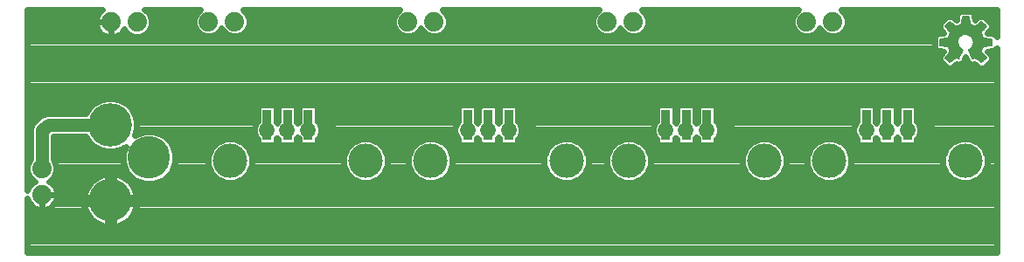
<source format=gbl>
G75*
G70*
%OFA0B0*%
%FSLAX24Y24*%
%IPPOS*%
%LPD*%
%AMOC8*
5,1,8,0,0,1.08239X$1,22.5*
%
%ADD10R,0.0350X0.1180*%
%ADD11C,0.1310*%
%ADD12C,0.1660*%
%ADD13C,0.1620*%
%ADD14C,0.0059*%
%ADD15C,0.0740*%
%ADD16C,0.0240*%
%ADD17C,0.0560*%
%ADD18C,0.0591*%
%ADD19C,0.0500*%
%ADD20C,0.0400*%
D10*
X010125Y005960D03*
X010905Y005960D03*
X011695Y005960D03*
X017775Y005960D03*
X018555Y005960D03*
X019345Y005960D03*
X025325Y005960D03*
X026105Y005960D03*
X026895Y005960D03*
X032975Y005960D03*
X033755Y005960D03*
X034545Y005960D03*
D11*
X036735Y004600D03*
X031565Y004600D03*
X029085Y004600D03*
X023915Y004600D03*
X021535Y004600D03*
X016365Y004600D03*
X013885Y004600D03*
X008715Y004600D03*
D12*
X004150Y005964D03*
D13*
X005631Y004713D03*
X004160Y003081D03*
D14*
X035783Y009001D02*
X035783Y009241D01*
X036100Y009273D01*
X036134Y009380D01*
X036186Y009480D01*
X035984Y009727D01*
X036153Y009897D01*
X036401Y009695D01*
X036501Y009746D01*
X036607Y009781D01*
X036639Y010098D01*
X036879Y010098D01*
X036912Y009781D01*
X037018Y009746D01*
X037118Y009695D01*
X037365Y009897D01*
X037535Y009727D01*
X037333Y009480D01*
X037385Y009380D01*
X037419Y009273D01*
X037736Y009241D01*
X037736Y009001D01*
X037419Y008969D01*
X037385Y008862D01*
X037333Y008763D01*
X037535Y008515D01*
X037365Y008346D01*
X037118Y008547D01*
X037018Y008496D01*
X036877Y008837D01*
X036930Y008866D01*
X036977Y008904D01*
X037015Y008950D01*
X037044Y009004D01*
X037061Y009061D01*
X037067Y009121D01*
X037061Y009184D01*
X037041Y009244D01*
X037010Y009299D01*
X036969Y009347D01*
X036918Y009385D01*
X036861Y009412D01*
X036800Y009426D01*
X036736Y009428D01*
X036674Y009417D01*
X036616Y009393D01*
X036563Y009358D01*
X036519Y009313D01*
X036485Y009260D01*
X036462Y009201D01*
X036452Y009139D01*
X036455Y009075D01*
X036471Y009014D01*
X036499Y008958D01*
X036538Y008908D01*
X036586Y008867D01*
X036642Y008837D01*
X036500Y008496D01*
X036401Y008547D01*
X036153Y008346D01*
X035984Y008515D01*
X036186Y008763D01*
X036134Y008862D01*
X036100Y008969D01*
X035783Y009001D01*
X035783Y009030D02*
X036467Y009030D01*
X036455Y009088D02*
X035783Y009088D01*
X035783Y009146D02*
X036453Y009146D01*
X036463Y009203D02*
X035783Y009203D01*
X035974Y009261D02*
X036485Y009261D01*
X036524Y009318D02*
X036114Y009318D01*
X036133Y009376D02*
X036590Y009376D01*
X036930Y009376D02*
X037386Y009376D01*
X037404Y009318D02*
X036994Y009318D01*
X037032Y009261D02*
X037545Y009261D01*
X037736Y009203D02*
X037055Y009203D01*
X037065Y009146D02*
X037736Y009146D01*
X037736Y009088D02*
X037064Y009088D01*
X037052Y009030D02*
X037736Y009030D01*
X037456Y008973D02*
X037027Y008973D01*
X036986Y008915D02*
X037402Y008915D01*
X037382Y008858D02*
X036916Y008858D01*
X036892Y008800D02*
X037353Y008800D01*
X037350Y008743D02*
X036916Y008743D01*
X036940Y008685D02*
X037397Y008685D01*
X037444Y008628D02*
X036964Y008628D01*
X036988Y008570D02*
X037490Y008570D01*
X037532Y008512D02*
X037161Y008512D01*
X037232Y008455D02*
X037475Y008455D01*
X037417Y008397D02*
X037302Y008397D01*
X037050Y008512D02*
X037012Y008512D01*
X036531Y008570D02*
X036028Y008570D01*
X035987Y008512D02*
X036358Y008512D01*
X036287Y008455D02*
X036044Y008455D01*
X036102Y008397D02*
X036217Y008397D01*
X036469Y008512D02*
X036507Y008512D01*
X036555Y008628D02*
X036075Y008628D01*
X036122Y008685D02*
X036579Y008685D01*
X036603Y008743D02*
X036169Y008743D01*
X036166Y008800D02*
X036626Y008800D01*
X036604Y008858D02*
X036137Y008858D01*
X036117Y008915D02*
X036532Y008915D01*
X036491Y008973D02*
X036063Y008973D01*
X036162Y009433D02*
X037357Y009433D01*
X037342Y009491D02*
X036177Y009491D01*
X036130Y009548D02*
X037389Y009548D01*
X037436Y009606D02*
X036083Y009606D01*
X036036Y009664D02*
X037483Y009664D01*
X037530Y009721D02*
X037150Y009721D01*
X037068Y009721D02*
X036451Y009721D01*
X036369Y009721D02*
X035989Y009721D01*
X036035Y009779D02*
X036298Y009779D01*
X036228Y009836D02*
X036093Y009836D01*
X036150Y009894D02*
X036157Y009894D01*
X036601Y009779D02*
X036918Y009779D01*
X036906Y009836D02*
X036613Y009836D01*
X036619Y009894D02*
X036900Y009894D01*
X036894Y009951D02*
X036625Y009951D01*
X036630Y010009D02*
X036888Y010009D01*
X036883Y010066D02*
X036636Y010066D01*
X037291Y009836D02*
X037426Y009836D01*
X037484Y009779D02*
X037220Y009779D01*
X037362Y009894D02*
X037369Y009894D01*
D15*
X031700Y009900D03*
X030700Y009900D03*
X024100Y009900D03*
X023100Y009900D03*
X016500Y009900D03*
X015500Y009900D03*
X008900Y009900D03*
X007900Y009900D03*
X005170Y009880D03*
X004170Y009880D03*
X001550Y004300D03*
X001550Y003300D03*
D16*
X001000Y003148D02*
X001000Y001087D01*
X037938Y001087D01*
X037938Y008906D01*
X037892Y008861D01*
X037844Y008802D01*
X037832Y008800D01*
X037823Y008792D01*
X037747Y008792D01*
X037593Y008776D01*
X037691Y008656D01*
X037745Y008602D01*
X037745Y008590D01*
X037752Y008580D01*
X037745Y008505D01*
X037745Y008428D01*
X037736Y008420D01*
X037735Y008408D01*
X037676Y008360D01*
X037521Y008205D01*
X037473Y008146D01*
X037461Y008145D01*
X037452Y008136D01*
X037376Y008136D01*
X037300Y008128D01*
X037291Y008136D01*
X037279Y008136D01*
X037225Y008190D01*
X037092Y008298D01*
X037037Y008270D01*
X037028Y008273D01*
X037018Y008269D01*
X036946Y008299D01*
X036872Y008323D01*
X036867Y008332D01*
X036858Y008336D01*
X036828Y008408D01*
X036792Y008477D01*
X036795Y008487D01*
X036759Y008574D01*
X036723Y008487D01*
X036726Y008477D01*
X036691Y008408D01*
X036661Y008336D01*
X036652Y008332D01*
X036647Y008323D01*
X036573Y008299D01*
X036500Y008269D01*
X036491Y008273D01*
X036482Y008270D01*
X036427Y008298D01*
X036294Y008190D01*
X036240Y008136D01*
X036228Y008136D01*
X036219Y008128D01*
X036143Y008136D01*
X036067Y008136D01*
X036058Y008145D01*
X036046Y008146D01*
X035998Y008205D01*
X035843Y008360D01*
X035784Y008408D01*
X035783Y008420D01*
X035774Y008428D01*
X035774Y008505D01*
X035767Y008580D01*
X035774Y008590D01*
X035774Y008602D01*
X035828Y008656D01*
X035926Y008776D01*
X035772Y008792D01*
X035696Y008792D01*
X035687Y008800D01*
X035675Y008802D01*
X035627Y008861D01*
X035573Y008915D01*
X035573Y008927D01*
X035565Y008936D01*
X035573Y009012D01*
X035573Y009231D01*
X035565Y009306D01*
X035573Y009316D01*
X035573Y009328D01*
X035627Y009382D01*
X035675Y009441D01*
X035687Y009442D01*
X035696Y009451D01*
X035772Y009451D01*
X035926Y009466D01*
X035828Y009587D01*
X035774Y009640D01*
X035774Y009653D01*
X035767Y009662D01*
X035774Y009738D01*
X035774Y009814D01*
X035783Y009823D01*
X035784Y009835D01*
X035843Y009883D01*
X035998Y010037D01*
X036046Y010097D01*
X036058Y010098D01*
X036067Y010106D01*
X036143Y010106D01*
X036219Y010114D01*
X036228Y010106D01*
X036240Y010106D01*
X036294Y010053D01*
X036414Y009955D01*
X036430Y010109D01*
X036430Y010185D01*
X036439Y010194D01*
X036440Y010206D01*
X036499Y010254D01*
X036553Y010308D01*
X036565Y010308D01*
X036574Y010315D01*
X036650Y010308D01*
X036869Y010308D01*
X036945Y010315D01*
X036954Y010308D01*
X036966Y010308D01*
X037020Y010254D01*
X037079Y010206D01*
X037080Y010194D01*
X037089Y010185D01*
X037089Y010109D01*
X037105Y009955D01*
X037225Y010053D01*
X037279Y010106D01*
X037291Y010106D01*
X037300Y010114D01*
X037376Y010106D01*
X037452Y010106D01*
X037461Y010098D01*
X037473Y010097D01*
X037521Y010037D01*
X037676Y009883D01*
X037735Y009835D01*
X037736Y009823D01*
X037745Y009814D01*
X037745Y009738D01*
X037752Y009662D01*
X037745Y009653D01*
X037745Y009640D01*
X037691Y009587D01*
X037593Y009466D01*
X037747Y009451D01*
X037823Y009451D01*
X037832Y009442D01*
X037844Y009441D01*
X037892Y009382D01*
X037938Y009336D01*
X037938Y010363D01*
X032015Y010363D01*
X032166Y010212D01*
X032250Y010009D01*
X032250Y009791D01*
X032166Y009588D01*
X032012Y009434D01*
X031809Y009350D01*
X031591Y009350D01*
X031388Y009434D01*
X031234Y009588D01*
X031200Y009670D01*
X031166Y009588D01*
X031012Y009434D01*
X030809Y009350D01*
X030591Y009350D01*
X030388Y009434D01*
X030234Y009588D01*
X030150Y009791D01*
X030150Y010009D01*
X030234Y010212D01*
X030385Y010363D01*
X024415Y010363D01*
X024566Y010212D01*
X024650Y010009D01*
X024650Y009791D01*
X024566Y009588D01*
X024412Y009434D01*
X024209Y009350D01*
X023991Y009350D01*
X023788Y009434D01*
X023634Y009588D01*
X023600Y009670D01*
X023566Y009588D01*
X023412Y009434D01*
X023209Y009350D01*
X022991Y009350D01*
X022788Y009434D01*
X022634Y009588D01*
X022550Y009791D01*
X022550Y010009D01*
X022634Y010212D01*
X022785Y010363D01*
X016815Y010363D01*
X016966Y010212D01*
X017050Y010009D01*
X017050Y009791D01*
X016966Y009588D01*
X016812Y009434D01*
X016609Y009350D01*
X016391Y009350D01*
X016188Y009434D01*
X016034Y009588D01*
X016000Y009670D01*
X015966Y009588D01*
X015812Y009434D01*
X015609Y009350D01*
X015391Y009350D01*
X015188Y009434D01*
X015034Y009588D01*
X014950Y009791D01*
X014950Y010009D01*
X015034Y010212D01*
X015185Y010363D01*
X009215Y010363D01*
X009366Y010212D01*
X009450Y010009D01*
X009450Y009791D01*
X009366Y009588D01*
X009212Y009434D01*
X009009Y009350D01*
X008791Y009350D01*
X008588Y009434D01*
X008434Y009588D01*
X008400Y009670D01*
X008366Y009588D01*
X008212Y009434D01*
X008009Y009350D01*
X007791Y009350D01*
X007588Y009434D01*
X007434Y009588D01*
X007350Y009791D01*
X007350Y010009D01*
X007434Y010212D01*
X007585Y010363D01*
X005442Y010363D01*
X005482Y010346D01*
X005636Y010192D01*
X005720Y009989D01*
X005720Y009771D01*
X005636Y009568D01*
X005482Y009414D01*
X005279Y009330D01*
X005061Y009330D01*
X004858Y009414D01*
X004704Y009568D01*
X004680Y009626D01*
X004658Y009581D01*
X004605Y009509D01*
X004541Y009445D01*
X004469Y009392D01*
X004389Y009352D01*
X004303Y009324D01*
X004215Y009310D01*
X004170Y009310D01*
X004170Y009880D01*
X004170Y009880D01*
X003600Y009880D01*
X003600Y009925D01*
X003614Y010013D01*
X003642Y010099D01*
X003682Y010179D01*
X003735Y010251D01*
X003799Y010315D01*
X003864Y010363D01*
X001000Y010363D01*
X001000Y003452D01*
X001022Y003519D01*
X001062Y003599D01*
X001115Y003671D01*
X001179Y003735D01*
X001251Y003788D01*
X001296Y003810D01*
X001238Y003834D01*
X001084Y003988D01*
X001000Y004191D01*
X001000Y004409D01*
X001084Y004612D01*
X001120Y004648D01*
X001120Y005836D01*
X001185Y005994D01*
X001306Y006115D01*
X001306Y006115D01*
X001491Y006299D01*
X001562Y006328D01*
X001562Y006328D01*
X001720Y006394D01*
X003232Y006394D01*
X003342Y006584D01*
X003530Y006772D01*
X003760Y006905D01*
X004017Y006974D01*
X004283Y006974D01*
X004540Y006905D01*
X004770Y006772D01*
X004958Y006584D01*
X005091Y006354D01*
X005160Y006097D01*
X005160Y005831D01*
X005091Y005574D01*
X005081Y005556D01*
X005434Y005703D01*
X005828Y005703D01*
X006192Y005552D01*
X006470Y005273D01*
X006621Y004910D01*
X006621Y004516D01*
X006470Y004152D01*
X006192Y003873D01*
X005828Y003723D01*
X005434Y003723D01*
X005070Y003873D01*
X004792Y004152D01*
X004641Y004516D01*
X004641Y004910D01*
X004734Y005135D01*
X004540Y005023D01*
X004283Y004954D01*
X004017Y004954D01*
X003760Y005023D01*
X003530Y005156D01*
X003342Y005344D01*
X003232Y005534D01*
X001980Y005534D01*
X001980Y004648D01*
X002016Y004612D01*
X002100Y004409D01*
X002100Y004191D01*
X002016Y003988D01*
X001862Y003834D01*
X001804Y003810D01*
X001849Y003788D01*
X001921Y003735D01*
X001985Y003671D01*
X002038Y003599D01*
X002078Y003519D01*
X002106Y003433D01*
X002120Y003345D01*
X002120Y003300D01*
X001550Y003300D01*
X001550Y003300D01*
X002120Y003300D01*
X002120Y003255D01*
X002106Y003167D01*
X002078Y003081D01*
X002038Y003001D01*
X001985Y002929D01*
X001921Y002865D01*
X001849Y002812D01*
X001769Y002772D01*
X001683Y002744D01*
X001595Y002730D01*
X001550Y002730D01*
X001550Y003300D01*
X001550Y003300D01*
X001550Y002730D01*
X001505Y002730D01*
X001417Y002744D01*
X001331Y002772D01*
X001251Y002812D01*
X001179Y002865D01*
X001115Y002929D01*
X001062Y003001D01*
X001022Y003081D01*
X001000Y003148D01*
X001000Y002947D02*
X001102Y002947D01*
X001000Y002708D02*
X003221Y002708D01*
X003225Y002694D02*
X003188Y002801D01*
X003163Y002912D01*
X003157Y002961D01*
X004040Y002961D01*
X004280Y002961D01*
X004280Y002079D01*
X004329Y002084D01*
X004440Y002109D01*
X004547Y002147D01*
X004649Y002196D01*
X004745Y002256D01*
X004834Y002327D01*
X004914Y002407D01*
X004985Y002496D01*
X005045Y002592D01*
X005095Y002694D01*
X005132Y002801D01*
X005157Y002912D01*
X005163Y002961D01*
X004280Y002961D01*
X004280Y003201D01*
X005163Y003201D01*
X005157Y003251D01*
X005132Y003362D01*
X005095Y003469D01*
X005045Y003571D01*
X004985Y003667D01*
X004914Y003756D01*
X004834Y003836D01*
X004745Y003907D01*
X004649Y003967D01*
X004547Y004016D01*
X004440Y004054D01*
X004329Y004079D01*
X004280Y004084D01*
X004280Y003202D01*
X004040Y003202D01*
X004040Y004084D01*
X003991Y004079D01*
X003880Y004054D01*
X003773Y004016D01*
X003671Y003967D01*
X003575Y003907D01*
X003486Y003836D01*
X003406Y003756D01*
X003335Y003667D01*
X003275Y003571D01*
X003225Y003469D01*
X003188Y003362D01*
X003163Y003251D01*
X003157Y003201D01*
X004040Y003201D01*
X004040Y002961D01*
X004040Y002079D01*
X003991Y002084D01*
X003880Y002109D01*
X003773Y002147D01*
X003671Y002196D01*
X003575Y002256D01*
X003486Y002327D01*
X003406Y002407D01*
X003335Y002496D01*
X003275Y002592D01*
X003225Y002694D01*
X003356Y002470D02*
X001000Y002470D01*
X001000Y002231D02*
X003615Y002231D01*
X004040Y002231D02*
X004280Y002231D01*
X004705Y002231D02*
X037938Y002231D01*
X037938Y001993D02*
X001000Y001993D01*
X001000Y001754D02*
X037938Y001754D01*
X037938Y001516D02*
X001000Y001516D01*
X001000Y001277D02*
X037938Y001277D01*
X037938Y002470D02*
X004964Y002470D01*
X004280Y002470D02*
X004040Y002470D01*
X004040Y002708D02*
X004280Y002708D01*
X004280Y002947D02*
X004040Y002947D01*
X004040Y003185D02*
X002109Y003185D01*
X001550Y003185D02*
X001550Y003185D01*
X001550Y002947D02*
X001550Y002947D01*
X001998Y002947D02*
X003159Y002947D01*
X004280Y003185D02*
X037938Y003185D01*
X037938Y002947D02*
X005161Y002947D01*
X005099Y002708D02*
X037938Y002708D01*
X037938Y003424D02*
X005110Y003424D01*
X004988Y003662D02*
X037938Y003662D01*
X037208Y003892D02*
X036901Y003765D01*
X036569Y003765D01*
X036262Y003892D01*
X036027Y004127D01*
X035900Y004434D01*
X035900Y004766D01*
X036027Y005073D01*
X036262Y005308D01*
X036569Y005435D01*
X036901Y005435D01*
X037208Y005308D01*
X037443Y005073D01*
X037570Y004766D01*
X037570Y004434D01*
X037443Y004127D01*
X037208Y003892D01*
X037216Y003901D02*
X037938Y003901D01*
X037938Y004139D02*
X037448Y004139D01*
X037547Y004378D02*
X037938Y004378D01*
X037938Y004616D02*
X037570Y004616D01*
X037533Y004855D02*
X037938Y004855D01*
X037938Y005093D02*
X037423Y005093D01*
X037151Y005332D02*
X037938Y005332D01*
X037938Y005570D02*
X034986Y005570D01*
X034953Y005491D02*
X035025Y005665D01*
X035025Y005855D01*
X034953Y006029D01*
X034900Y006082D01*
X034900Y006625D01*
X034795Y006730D01*
X034295Y006730D01*
X034190Y006625D01*
X034190Y006072D01*
X034150Y006032D01*
X034110Y006072D01*
X034110Y006625D01*
X034005Y006730D01*
X033505Y006730D01*
X033400Y006625D01*
X033400Y006082D01*
X033360Y006042D01*
X033330Y006072D01*
X033330Y006625D01*
X033225Y006730D01*
X032725Y006730D01*
X032620Y006625D01*
X032620Y006082D01*
X032567Y006029D01*
X032495Y005855D01*
X032495Y005665D01*
X032567Y005491D01*
X032620Y005438D01*
X032620Y005295D01*
X032725Y005190D01*
X033225Y005190D01*
X033330Y005295D01*
X033330Y005448D01*
X033360Y005478D01*
X033400Y005438D01*
X033400Y005295D01*
X033505Y005190D01*
X034005Y005190D01*
X034110Y005295D01*
X034110Y005448D01*
X034150Y005488D01*
X034190Y005448D01*
X034190Y005295D01*
X034295Y005190D01*
X034795Y005190D01*
X034900Y005295D01*
X034900Y005438D01*
X034953Y005491D01*
X034900Y005332D02*
X036319Y005332D01*
X036047Y005093D02*
X032253Y005093D01*
X032273Y005073D02*
X032038Y005308D01*
X031731Y005435D01*
X031399Y005435D01*
X031092Y005308D01*
X030857Y005073D01*
X030730Y004766D01*
X030730Y004434D01*
X030857Y004127D01*
X031092Y003892D01*
X031399Y003765D01*
X031731Y003765D01*
X032038Y003892D01*
X032273Y004127D01*
X032400Y004434D01*
X032400Y004766D01*
X032273Y005073D01*
X032363Y004855D02*
X035937Y004855D01*
X035900Y004616D02*
X032400Y004616D01*
X032377Y004378D02*
X035923Y004378D01*
X036022Y004139D02*
X032278Y004139D01*
X032046Y003901D02*
X036254Y003901D01*
X034190Y005332D02*
X034110Y005332D01*
X033400Y005332D02*
X033330Y005332D01*
X032620Y005332D02*
X031981Y005332D01*
X032534Y005570D02*
X027336Y005570D01*
X027303Y005491D02*
X027375Y005665D01*
X027375Y005855D01*
X027303Y006029D01*
X027250Y006082D01*
X027250Y006625D01*
X027145Y006730D01*
X026645Y006730D01*
X026540Y006625D01*
X026540Y006072D01*
X026500Y006032D01*
X026460Y006072D01*
X026460Y006625D01*
X026355Y006730D01*
X025855Y006730D01*
X025750Y006625D01*
X025750Y006082D01*
X025710Y006042D01*
X025680Y006072D01*
X025680Y006625D01*
X025575Y006730D01*
X025075Y006730D01*
X024970Y006625D01*
X024970Y006082D01*
X024917Y006029D01*
X024845Y005855D01*
X024845Y005665D01*
X024917Y005491D01*
X024970Y005438D01*
X024970Y005295D01*
X025075Y005190D01*
X025575Y005190D01*
X025680Y005295D01*
X025680Y005448D01*
X025710Y005478D01*
X025750Y005438D01*
X025750Y005295D01*
X025855Y005190D01*
X026355Y005190D01*
X026460Y005295D01*
X026460Y005448D01*
X026500Y005488D01*
X026540Y005448D01*
X026540Y005295D01*
X026645Y005190D01*
X027145Y005190D01*
X027250Y005295D01*
X027250Y005438D01*
X027303Y005491D01*
X027250Y005332D02*
X028669Y005332D01*
X028612Y005308D02*
X028377Y005073D01*
X028250Y004766D01*
X028250Y004434D01*
X028377Y004127D01*
X028612Y003892D01*
X028919Y003765D01*
X029251Y003765D01*
X029558Y003892D01*
X029793Y004127D01*
X029920Y004434D01*
X029920Y004766D01*
X029793Y005073D01*
X029558Y005308D01*
X029251Y005435D01*
X028919Y005435D01*
X028612Y005308D01*
X028397Y005093D02*
X024603Y005093D01*
X024623Y005073D02*
X024388Y005308D01*
X024081Y005435D01*
X023749Y005435D01*
X023442Y005308D01*
X023207Y005073D01*
X023080Y004766D01*
X023080Y004434D01*
X023207Y004127D01*
X023442Y003892D01*
X023749Y003765D01*
X024081Y003765D01*
X024388Y003892D01*
X024623Y004127D01*
X024750Y004434D01*
X024750Y004766D01*
X024623Y005073D01*
X024713Y004855D02*
X028287Y004855D01*
X028250Y004616D02*
X024750Y004616D01*
X024727Y004378D02*
X028273Y004378D01*
X028372Y004139D02*
X024628Y004139D01*
X024396Y003901D02*
X028604Y003901D01*
X029566Y003901D02*
X031084Y003901D01*
X030852Y004139D02*
X029798Y004139D01*
X029897Y004378D02*
X030753Y004378D01*
X030730Y004616D02*
X029920Y004616D01*
X029883Y004855D02*
X030767Y004855D01*
X030877Y005093D02*
X029773Y005093D01*
X029501Y005332D02*
X031149Y005332D01*
X032495Y005809D02*
X027375Y005809D01*
X027285Y006047D02*
X032585Y006047D01*
X032620Y006286D02*
X027250Y006286D01*
X027250Y006524D02*
X032620Y006524D01*
X033330Y006524D02*
X033400Y006524D01*
X034110Y006524D02*
X034190Y006524D01*
X034190Y006286D02*
X034110Y006286D01*
X033400Y006286D02*
X033330Y006286D01*
X033355Y006047D02*
X033365Y006047D01*
X034135Y006047D02*
X034165Y006047D01*
X034935Y006047D02*
X037938Y006047D01*
X037938Y006286D02*
X034900Y006286D01*
X034900Y006524D02*
X037938Y006524D01*
X037938Y006763D02*
X004779Y006763D01*
X004993Y006524D02*
X009770Y006524D01*
X009770Y006625D02*
X009770Y006082D01*
X009717Y006029D01*
X009645Y005855D01*
X009645Y005665D01*
X009717Y005491D01*
X009770Y005438D01*
X009770Y005295D01*
X009875Y005190D01*
X010375Y005190D01*
X010480Y005295D01*
X010480Y005448D01*
X010510Y005478D01*
X010550Y005438D01*
X010550Y005295D01*
X010655Y005190D01*
X011155Y005190D01*
X011260Y005295D01*
X011260Y005448D01*
X011300Y005488D01*
X011340Y005448D01*
X011340Y005295D01*
X011445Y005190D01*
X011945Y005190D01*
X012050Y005295D01*
X012050Y005438D01*
X012103Y005491D01*
X012175Y005665D01*
X012175Y005855D01*
X012103Y006029D01*
X012050Y006082D01*
X012050Y006625D01*
X011945Y006730D01*
X011445Y006730D01*
X011340Y006625D01*
X011340Y006072D01*
X011300Y006032D01*
X011260Y006072D01*
X011260Y006625D01*
X011155Y006730D01*
X010655Y006730D01*
X010550Y006625D01*
X010550Y006082D01*
X010510Y006042D01*
X010480Y006072D01*
X010480Y006625D01*
X010375Y006730D01*
X009875Y006730D01*
X009770Y006625D01*
X010480Y006524D02*
X010550Y006524D01*
X010550Y006286D02*
X010480Y006286D01*
X010505Y006047D02*
X010515Y006047D01*
X011285Y006047D02*
X011315Y006047D01*
X011340Y006286D02*
X011260Y006286D01*
X011260Y006524D02*
X011340Y006524D01*
X012050Y006524D02*
X017420Y006524D01*
X017420Y006625D02*
X017420Y006082D01*
X017367Y006029D01*
X017295Y005855D01*
X017295Y005665D01*
X017367Y005491D01*
X017420Y005438D01*
X017420Y005295D01*
X017525Y005190D01*
X018025Y005190D01*
X018130Y005295D01*
X018130Y005448D01*
X018160Y005478D01*
X018200Y005438D01*
X018200Y005295D01*
X018305Y005190D01*
X018805Y005190D01*
X018910Y005295D01*
X018910Y005448D01*
X018950Y005488D01*
X018990Y005448D01*
X018990Y005295D01*
X019095Y005190D01*
X019595Y005190D01*
X019700Y005295D01*
X019700Y005438D01*
X019753Y005491D01*
X019825Y005665D01*
X019825Y005855D01*
X019753Y006029D01*
X019700Y006082D01*
X019700Y006625D01*
X019595Y006730D01*
X019095Y006730D01*
X018990Y006625D01*
X018990Y006072D01*
X018950Y006032D01*
X018910Y006072D01*
X018910Y006625D01*
X018805Y006730D01*
X018305Y006730D01*
X018200Y006625D01*
X018200Y006082D01*
X018160Y006042D01*
X018130Y006072D01*
X018130Y006625D01*
X018025Y006730D01*
X017525Y006730D01*
X017420Y006625D01*
X018130Y006524D02*
X018200Y006524D01*
X018200Y006286D02*
X018130Y006286D01*
X018155Y006047D02*
X018165Y006047D01*
X018935Y006047D02*
X018965Y006047D01*
X018990Y006286D02*
X018910Y006286D01*
X018910Y006524D02*
X018990Y006524D01*
X019700Y006524D02*
X024970Y006524D01*
X025680Y006524D02*
X025750Y006524D01*
X025750Y006286D02*
X025680Y006286D01*
X024970Y006286D02*
X019700Y006286D01*
X019735Y006047D02*
X024935Y006047D01*
X025705Y006047D02*
X025715Y006047D01*
X026485Y006047D02*
X026515Y006047D01*
X026540Y006286D02*
X026460Y006286D01*
X026460Y006524D02*
X026540Y006524D01*
X024845Y005809D02*
X019825Y005809D01*
X019786Y005570D02*
X024884Y005570D01*
X024970Y005332D02*
X024331Y005332D01*
X023499Y005332D02*
X021951Y005332D01*
X022008Y005308D02*
X021701Y005435D01*
X021369Y005435D01*
X021062Y005308D01*
X020827Y005073D01*
X020700Y004766D01*
X020700Y004434D01*
X020827Y004127D01*
X021062Y003892D01*
X021369Y003765D01*
X021701Y003765D01*
X022008Y003892D01*
X022243Y004127D01*
X022370Y004434D01*
X022370Y004766D01*
X022243Y005073D01*
X022008Y005308D01*
X022223Y005093D02*
X023227Y005093D01*
X023117Y004855D02*
X022333Y004855D01*
X022370Y004616D02*
X023080Y004616D01*
X023103Y004378D02*
X022347Y004378D01*
X022248Y004139D02*
X023202Y004139D01*
X023434Y003901D02*
X022016Y003901D01*
X021054Y003901D02*
X016846Y003901D01*
X016838Y003892D02*
X017073Y004127D01*
X017200Y004434D01*
X017200Y004766D01*
X017073Y005073D01*
X016838Y005308D01*
X016531Y005435D01*
X016199Y005435D01*
X015892Y005308D01*
X015657Y005073D01*
X015530Y004766D01*
X015530Y004434D01*
X015657Y004127D01*
X015892Y003892D01*
X016199Y003765D01*
X016531Y003765D01*
X016838Y003892D01*
X017078Y004139D02*
X020822Y004139D01*
X020723Y004378D02*
X017177Y004378D01*
X017200Y004616D02*
X020700Y004616D01*
X020737Y004855D02*
X017163Y004855D01*
X017053Y005093D02*
X020847Y005093D01*
X021119Y005332D02*
X019700Y005332D01*
X018990Y005332D02*
X018910Y005332D01*
X018200Y005332D02*
X018130Y005332D01*
X017420Y005332D02*
X016781Y005332D01*
X017334Y005570D02*
X012136Y005570D01*
X012175Y005809D02*
X017295Y005809D01*
X017385Y006047D02*
X012085Y006047D01*
X012050Y006286D02*
X017420Y006286D01*
X015949Y005332D02*
X014301Y005332D01*
X014358Y005308D02*
X014051Y005435D01*
X013719Y005435D01*
X013412Y005308D01*
X013177Y005073D01*
X013050Y004766D01*
X013050Y004434D01*
X013177Y004127D01*
X013412Y003892D01*
X013719Y003765D01*
X014051Y003765D01*
X014358Y003892D01*
X014593Y004127D01*
X014720Y004434D01*
X014720Y004766D01*
X014593Y005073D01*
X014358Y005308D01*
X014573Y005093D02*
X015677Y005093D01*
X015567Y004855D02*
X014683Y004855D01*
X014720Y004616D02*
X015530Y004616D01*
X015553Y004378D02*
X014697Y004378D01*
X014598Y004139D02*
X015652Y004139D01*
X015884Y003901D02*
X014366Y003901D01*
X013404Y003901D02*
X009196Y003901D01*
X009188Y003892D02*
X009423Y004127D01*
X009550Y004434D01*
X009550Y004766D01*
X009423Y005073D01*
X009188Y005308D01*
X008881Y005435D01*
X008549Y005435D01*
X008242Y005308D01*
X008007Y005073D01*
X007880Y004766D01*
X007880Y004434D01*
X008007Y004127D01*
X008242Y003892D01*
X008549Y003765D01*
X008881Y003765D01*
X009188Y003892D01*
X009428Y004139D02*
X013172Y004139D01*
X013073Y004378D02*
X009527Y004378D01*
X009550Y004616D02*
X013050Y004616D01*
X013087Y004855D02*
X009513Y004855D01*
X009403Y005093D02*
X013197Y005093D01*
X013469Y005332D02*
X012050Y005332D01*
X011340Y005332D02*
X011260Y005332D01*
X010550Y005332D02*
X010480Y005332D01*
X009770Y005332D02*
X009131Y005332D01*
X009684Y005570D02*
X006148Y005570D01*
X006412Y005332D02*
X008299Y005332D01*
X008027Y005093D02*
X006545Y005093D01*
X006621Y004855D02*
X007917Y004855D01*
X007880Y004616D02*
X006621Y004616D01*
X006564Y004378D02*
X007903Y004378D01*
X008002Y004139D02*
X006457Y004139D01*
X006219Y003901D02*
X008234Y003901D01*
X005043Y003901D02*
X004753Y003901D01*
X004280Y003901D02*
X004040Y003901D01*
X003567Y003901D02*
X001928Y003901D01*
X002079Y004139D02*
X004804Y004139D01*
X004698Y004378D02*
X002100Y004378D01*
X002012Y004616D02*
X004641Y004616D01*
X004641Y004855D02*
X001980Y004855D01*
X001980Y005093D02*
X003638Y005093D01*
X003354Y005332D02*
X001980Y005332D01*
X001120Y005332D02*
X001000Y005332D01*
X001000Y005570D02*
X001120Y005570D01*
X001120Y005809D02*
X001000Y005809D01*
X001000Y006047D02*
X001239Y006047D01*
X001000Y006286D02*
X001477Y006286D01*
X001000Y006524D02*
X003307Y006524D01*
X003521Y006763D02*
X001000Y006763D01*
X001000Y007001D02*
X037938Y007001D01*
X037938Y007240D02*
X001000Y007240D01*
X001000Y007478D02*
X037938Y007478D01*
X037938Y007717D02*
X001000Y007717D01*
X001000Y007955D02*
X037938Y007955D01*
X037938Y008194D02*
X037512Y008194D01*
X037220Y008194D02*
X036298Y008194D01*
X036007Y008194D02*
X001000Y008194D01*
X001000Y008432D02*
X035774Y008432D01*
X035840Y008671D02*
X001000Y008671D01*
X001000Y008909D02*
X035578Y008909D01*
X035573Y009148D02*
X001000Y009148D01*
X001000Y009386D02*
X003884Y009386D01*
X003871Y009392D02*
X003951Y009352D01*
X004037Y009324D01*
X004125Y009310D01*
X004170Y009310D01*
X004170Y009880D01*
X004170Y009880D01*
X003600Y009880D01*
X003600Y009835D01*
X003614Y009747D01*
X003642Y009661D01*
X003682Y009581D01*
X003735Y009509D01*
X003799Y009445D01*
X003871Y009392D01*
X004170Y009386D02*
X004170Y009386D01*
X004456Y009386D02*
X004925Y009386D01*
X004681Y009625D02*
X004680Y009625D01*
X004170Y009625D02*
X004170Y009625D01*
X003660Y009625D02*
X001000Y009625D01*
X001000Y009863D02*
X003600Y009863D01*
X004170Y009863D02*
X004170Y009863D01*
X003643Y010102D02*
X001000Y010102D01*
X001000Y010340D02*
X003833Y010340D01*
X005488Y010340D02*
X007562Y010340D01*
X007388Y010102D02*
X005674Y010102D01*
X005720Y009863D02*
X007350Y009863D01*
X007419Y009625D02*
X005659Y009625D01*
X005415Y009386D02*
X007704Y009386D01*
X008096Y009386D02*
X008704Y009386D01*
X009096Y009386D02*
X015304Y009386D01*
X015696Y009386D02*
X016304Y009386D01*
X016696Y009386D02*
X022904Y009386D01*
X023296Y009386D02*
X023904Y009386D01*
X024296Y009386D02*
X030504Y009386D01*
X030896Y009386D02*
X031504Y009386D01*
X031896Y009386D02*
X035630Y009386D01*
X035790Y009625D02*
X032181Y009625D01*
X032250Y009863D02*
X035819Y009863D01*
X036062Y010102D02*
X032212Y010102D01*
X032038Y010340D02*
X037938Y010340D01*
X037938Y010102D02*
X037457Y010102D01*
X037274Y010102D02*
X037090Y010102D01*
X036429Y010102D02*
X036245Y010102D01*
X037700Y009863D02*
X037938Y009863D01*
X037938Y009625D02*
X037729Y009625D01*
X037889Y009386D02*
X037938Y009386D01*
X037938Y008671D02*
X037679Y008671D01*
X037745Y008432D02*
X037938Y008432D01*
X036816Y008432D02*
X036703Y008432D01*
X031219Y009625D02*
X031181Y009625D01*
X030219Y009625D02*
X024581Y009625D01*
X024650Y009863D02*
X030150Y009863D01*
X030188Y010102D02*
X024612Y010102D01*
X024438Y010340D02*
X030362Y010340D01*
X023619Y009625D02*
X023581Y009625D01*
X022619Y009625D02*
X016981Y009625D01*
X017050Y009863D02*
X022550Y009863D01*
X022588Y010102D02*
X017012Y010102D01*
X016838Y010340D02*
X022762Y010340D01*
X016019Y009625D02*
X015981Y009625D01*
X015019Y009625D02*
X009381Y009625D01*
X009450Y009863D02*
X014950Y009863D01*
X014988Y010102D02*
X009412Y010102D01*
X009238Y010340D02*
X015162Y010340D01*
X008419Y009625D02*
X008381Y009625D01*
X009770Y006286D02*
X005109Y006286D01*
X005160Y006047D02*
X009735Y006047D01*
X009645Y005809D02*
X005154Y005809D01*
X005114Y005570D02*
X005089Y005570D01*
X004717Y005093D02*
X004662Y005093D01*
X001120Y005093D02*
X001000Y005093D01*
X001000Y004855D02*
X001120Y004855D01*
X001088Y004616D02*
X001000Y004616D01*
X001000Y004139D02*
X001021Y004139D01*
X001000Y003901D02*
X001172Y003901D01*
X001108Y003662D02*
X001000Y003662D01*
X001992Y003662D02*
X003332Y003662D01*
X003210Y003424D02*
X002108Y003424D01*
X004040Y003424D02*
X004280Y003424D01*
X004280Y003662D02*
X004040Y003662D01*
X025680Y005332D02*
X025750Y005332D01*
X026460Y005332D02*
X026540Y005332D01*
X035025Y005809D02*
X037938Y005809D01*
D17*
X035850Y007300D03*
X032300Y006600D03*
X028200Y007250D03*
X024700Y006600D03*
X020650Y007250D03*
X017150Y006600D03*
X013000Y007250D03*
X009500Y006600D03*
D18*
X010120Y005760D03*
X010900Y005760D03*
X011700Y005760D03*
X012480Y005760D03*
X017770Y005760D03*
X018550Y005760D03*
X019350Y005760D03*
X020130Y005760D03*
X025320Y005760D03*
X026100Y005760D03*
X026900Y005760D03*
X027680Y005760D03*
X032970Y005760D03*
X033750Y005760D03*
X034550Y005760D03*
X035330Y005760D03*
D19*
X004150Y005964D02*
X001805Y005964D01*
X001734Y005934D02*
X001550Y005750D01*
X001550Y004300D01*
D20*
X001734Y005935D02*
X001749Y005947D01*
X001767Y005956D01*
X001785Y005962D01*
X001805Y005964D01*
M02*

</source>
